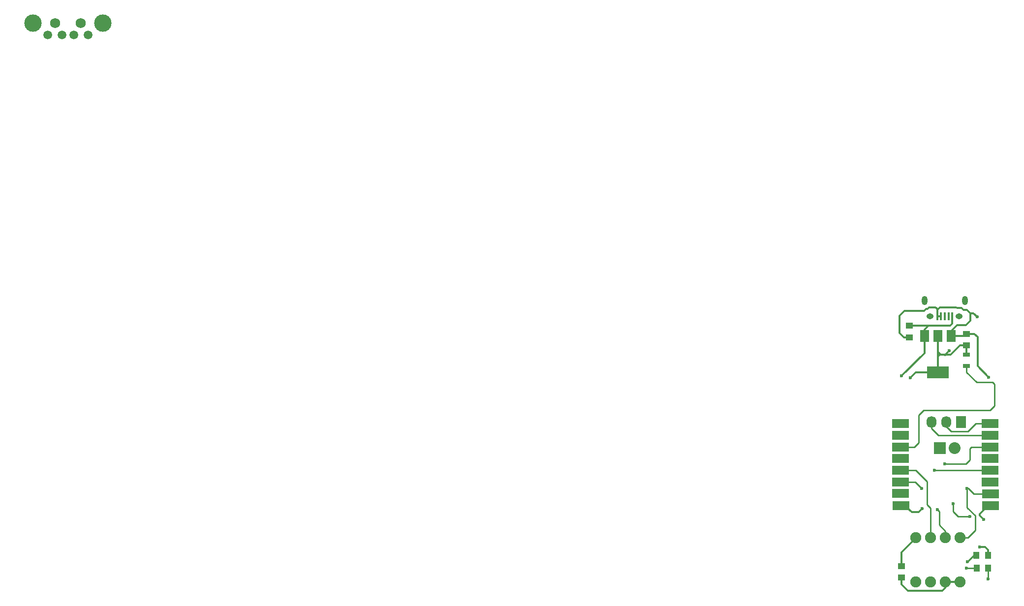
<source format=gbr>
G04 #@! TF.FileFunction,Copper,L1,Top,Signal*
%FSLAX46Y46*%
G04 Gerber Fmt 4.6, Leading zero omitted, Abs format (unit mm)*
G04 Created by KiCad (PCBNEW 4.0.4-stable) date 12/28/16 21:00:51*
%MOMM*%
%LPD*%
G01*
G04 APERTURE LIST*
%ADD10C,0.100000*%
%ADD11R,3.800000X2.000000*%
%ADD12R,1.500000X2.000000*%
%ADD13R,1.250000X1.000000*%
%ADD14C,1.905000*%
%ADD15R,1.000000X1.250000*%
%ADD16R,2.032000X2.032000*%
%ADD17O,2.032000X2.032000*%
%ADD18R,1.727200X2.032000*%
%ADD19O,1.727200X2.032000*%
%ADD20R,1.300000X0.700000*%
%ADD21R,3.000000X1.500000*%
%ADD22C,1.750000*%
%ADD23C,1.501140*%
%ADD24C,2.999740*%
%ADD25R,0.400000X1.350000*%
%ADD26O,1.250000X0.950000*%
%ADD27O,1.000000X1.550000*%
%ADD28C,0.600000*%
%ADD29C,0.300000*%
%ADD30C,0.250000*%
G04 APERTURE END LIST*
D10*
D11*
X149675000Y-68400000D03*
D12*
X149675000Y-62100000D03*
X147375000Y-62100000D03*
X151975000Y-62100000D03*
D13*
X144775000Y-60375000D03*
X144775000Y-62375000D03*
D14*
X145890000Y-104485000D03*
X148430000Y-104485000D03*
X150970000Y-104485000D03*
X153510000Y-104485000D03*
X153510000Y-96865000D03*
X150970000Y-96865000D03*
X148430000Y-96865000D03*
X145890000Y-96865000D03*
D15*
X156340000Y-102120000D03*
X158340000Y-102120000D03*
D13*
X154575000Y-63750000D03*
X154575000Y-61750000D03*
D15*
X158320000Y-99870000D03*
X156320000Y-99870000D03*
D13*
X143450000Y-103725000D03*
X143450000Y-101725000D03*
D16*
X149980000Y-81400000D03*
D17*
X152520000Y-81400000D03*
D18*
X153660000Y-76960000D03*
D19*
X151120000Y-76960000D03*
X148580000Y-76960000D03*
D20*
X154575000Y-67275000D03*
X154575000Y-65375000D03*
D21*
X158777000Y-91347400D03*
X158726200Y-89315400D03*
X158650000Y-87232600D03*
X158675400Y-85251400D03*
X158650000Y-83219400D03*
X158675400Y-81238200D03*
X158650000Y-79231600D03*
X143338900Y-91309300D03*
X143262700Y-89226500D03*
X143262700Y-87245300D03*
X143250000Y-85226000D03*
X143250000Y-83194000D03*
X143250000Y-81289000D03*
X143250000Y-79257000D03*
X143250000Y-77225000D03*
X158650000Y-77225000D03*
D22*
X-2200000Y-8300000D03*
X2200000Y-8300000D03*
D23*
X3500000Y-10300000D03*
X1000000Y-10300000D03*
X-1000000Y-10300000D03*
X-3500000Y-10300000D03*
D24*
X6000000Y-8300000D03*
X-6000000Y-8300000D03*
D25*
X152160900Y-58742540D03*
X151510900Y-58742540D03*
X150860900Y-58742540D03*
X150210900Y-58742540D03*
X149560900Y-58742540D03*
D26*
X153360900Y-58742540D03*
X148360900Y-58742540D03*
D27*
X154360900Y-56042540D03*
X147360900Y-56042540D03*
D28*
X156430000Y-58860000D03*
X156910000Y-98470000D03*
X157575000Y-93700000D03*
X158400000Y-69200000D03*
X154590000Y-102110000D03*
X146950000Y-91875000D03*
X144950000Y-69325000D03*
X151600000Y-64680000D03*
X158340000Y-103980000D03*
X155220000Y-93210000D03*
X152290000Y-90960000D03*
X154680000Y-88390000D03*
X150880000Y-84100000D03*
X149090000Y-85220000D03*
X146890000Y-88390000D03*
X149560000Y-92050000D03*
X143425000Y-69000000D03*
X154720000Y-101030000D03*
D29*
X155780000Y-58210000D02*
X155230000Y-58210000D01*
X156430000Y-58860000D02*
X155780000Y-58210000D01*
X151975000Y-62100000D02*
X151975000Y-61275000D01*
X151975000Y-61275000D02*
X153010000Y-60240000D01*
X153010000Y-60240000D02*
X154530000Y-60240000D01*
X154530000Y-60240000D02*
X155230000Y-59540000D01*
X155230000Y-59540000D02*
X155230000Y-58210000D01*
X150010000Y-57180000D02*
X149560900Y-57629100D01*
X155230000Y-58210000D02*
X154700000Y-57680000D01*
X154700000Y-57680000D02*
X154070000Y-57680000D01*
X154070000Y-57680000D02*
X153730000Y-57340000D01*
X153730000Y-57340000D02*
X153000000Y-57340000D01*
X153000000Y-57340000D02*
X152840000Y-57180000D01*
X152840000Y-57180000D02*
X150010000Y-57180000D01*
X150210900Y-58742540D02*
X149560900Y-58742540D01*
X144775000Y-62375000D02*
X143845000Y-62375000D01*
X149560900Y-57510900D02*
X149560900Y-57629100D01*
X149560900Y-57629100D02*
X149560900Y-58742540D01*
X149280000Y-57230000D02*
X149560900Y-57510900D01*
X148160000Y-57230000D02*
X149280000Y-57230000D01*
X147920000Y-57470000D02*
X148160000Y-57230000D01*
X147650000Y-57470000D02*
X147920000Y-57470000D01*
X147350000Y-57770000D02*
X147650000Y-57470000D01*
X143940000Y-57770000D02*
X147350000Y-57770000D01*
X143080000Y-58630000D02*
X143940000Y-57770000D01*
X143080000Y-61610000D02*
X143080000Y-58630000D01*
X143845000Y-62375000D02*
X143080000Y-61610000D01*
X151975000Y-62085000D02*
X151975000Y-62100000D01*
X158320000Y-98950000D02*
X157840000Y-98470000D01*
X157840000Y-98470000D02*
X156910000Y-98470000D01*
X158320000Y-99870000D02*
X158320000Y-98950000D01*
X158014400Y-91410000D02*
X158077000Y-91347400D01*
X155950000Y-61750000D02*
X154575000Y-61750000D01*
X151975000Y-62100000D02*
X154225000Y-62100000D01*
X154225000Y-62100000D02*
X154575000Y-61750000D01*
X150970000Y-104485000D02*
X153510000Y-104485000D01*
X150100000Y-105975000D02*
X150450000Y-105975000D01*
X150970000Y-105455000D02*
X150970000Y-104485000D01*
X150450000Y-105975000D02*
X150970000Y-105455000D01*
X143450000Y-103725000D02*
X143450000Y-104900000D01*
X144525000Y-105975000D02*
X150100000Y-105975000D01*
X150100000Y-105975000D02*
X150150000Y-105975000D01*
X143450000Y-104900000D02*
X144525000Y-105975000D01*
X158077000Y-91347400D02*
X158077000Y-91573000D01*
X158077000Y-91573000D02*
X156875000Y-92775000D01*
X156875000Y-93000000D02*
X157575000Y-93700000D01*
X156875000Y-92775000D02*
X156875000Y-93000000D01*
X156500000Y-62300000D02*
X155950000Y-61750000D01*
X156500000Y-67300000D02*
X156500000Y-62300000D01*
X158400000Y-69200000D02*
X156500000Y-67300000D01*
D30*
X154600000Y-102120000D02*
X156340000Y-102120000D01*
X154590000Y-102110000D02*
X154600000Y-102120000D01*
D29*
X144038900Y-91309300D02*
X145179600Y-92450000D01*
X146375000Y-92450000D02*
X145179600Y-92450000D01*
X146950000Y-91875000D02*
X146375000Y-92450000D01*
X145875000Y-68400000D02*
X144950000Y-69325000D01*
X145875000Y-68400000D02*
X149675000Y-68400000D01*
X150900000Y-65440000D02*
X150900000Y-65350000D01*
X150930000Y-65410000D02*
X150900000Y-65440000D01*
X150930000Y-65350000D02*
X150930000Y-65410000D01*
X151600000Y-64680000D02*
X150930000Y-65350000D01*
X149675000Y-65775000D02*
X149675000Y-65675000D01*
X149675000Y-65675000D02*
X150000000Y-65350000D01*
X150000000Y-65350000D02*
X150000000Y-65200000D01*
X150000000Y-65200000D02*
X149675000Y-64875000D01*
X151900000Y-65350000D02*
X150900000Y-65350000D01*
X150900000Y-65350000D02*
X150000000Y-65350000D01*
X150000000Y-65350000D02*
X149675000Y-65350000D01*
X149675000Y-62100000D02*
X149675000Y-64875000D01*
X149675000Y-64875000D02*
X149675000Y-65350000D01*
X149675000Y-65350000D02*
X149675000Y-65775000D01*
X149675000Y-65775000D02*
X149675000Y-68400000D01*
X154575000Y-63750000D02*
X153500000Y-63750000D01*
X153500000Y-63750000D02*
X151900000Y-65350000D01*
X154575000Y-65375000D02*
X154575000Y-63750000D01*
D30*
X158340000Y-103980000D02*
X158340000Y-102120000D01*
X151120000Y-76960000D02*
X151120000Y-77740000D01*
X151120000Y-77740000D02*
X151940000Y-78560000D01*
X151940000Y-78560000D02*
X154870000Y-78560000D01*
X154870000Y-78560000D02*
X156205000Y-77225000D01*
X156205000Y-77225000D02*
X157950000Y-77225000D01*
X148580000Y-76960000D02*
X148580000Y-78070000D01*
X149741600Y-79231600D02*
X157950000Y-79231600D01*
X148580000Y-78070000D02*
X149741600Y-79231600D01*
X153130000Y-93210000D02*
X155220000Y-93210000D01*
X152290000Y-92370000D02*
X153130000Y-93210000D01*
X152290000Y-90960000D02*
X152290000Y-92370000D01*
X143950000Y-81289000D02*
X145591000Y-81289000D01*
X145591000Y-81289000D02*
X146410000Y-80470000D01*
X146410000Y-80470000D02*
X146410000Y-75740000D01*
X146410000Y-75740000D02*
X147210000Y-74940000D01*
X147210000Y-74940000D02*
X158660000Y-74940000D01*
X158660000Y-74940000D02*
X159425000Y-74175000D01*
X154575000Y-68350000D02*
X154575000Y-67275000D01*
X159425000Y-74175000D02*
X159425000Y-70450000D01*
X159425000Y-70450000D02*
X159100000Y-70125000D01*
X159100000Y-70125000D02*
X156350000Y-70125000D01*
X156350000Y-70125000D02*
X154575000Y-68350000D01*
X154680000Y-88390000D02*
X154940000Y-88390000D01*
X155865400Y-89315400D02*
X158026200Y-89315400D01*
X154940000Y-88390000D02*
X155865400Y-89315400D01*
X153510000Y-96865000D02*
X154825000Y-96865000D01*
X154680000Y-91640000D02*
X154680000Y-88390000D01*
X156100000Y-93060000D02*
X154680000Y-91640000D01*
X156100000Y-95590000D02*
X156100000Y-93060000D01*
X154825000Y-96865000D02*
X156100000Y-95590000D01*
X157831600Y-89510000D02*
X158026200Y-89315400D01*
X153510000Y-96865000D02*
X153375000Y-96865000D01*
X153510000Y-96865000D02*
X153510000Y-96710000D01*
X155451800Y-81238200D02*
X157975400Y-81238200D01*
X155160000Y-81530000D02*
X155451800Y-81238200D01*
X155160000Y-83480000D02*
X155160000Y-81530000D01*
X154540000Y-84100000D02*
X155160000Y-83480000D01*
X150880000Y-84100000D02*
X154540000Y-84100000D01*
X149090000Y-85220000D02*
X149121400Y-85251400D01*
X149121400Y-85251400D02*
X157975400Y-85251400D01*
X150970000Y-96865000D02*
X150970000Y-95740000D01*
X146890000Y-88390000D02*
X145745300Y-87245300D01*
X149900000Y-92390000D02*
X149560000Y-92050000D01*
X149900000Y-94670000D02*
X149900000Y-92390000D01*
X150970000Y-95740000D02*
X149900000Y-94670000D01*
X145745300Y-87245300D02*
X143962700Y-87245300D01*
X150970000Y-96865000D02*
X150970000Y-96430000D01*
X144365300Y-87245300D02*
X143962700Y-87245300D01*
X144295300Y-87245300D02*
X143962700Y-87245300D01*
X148430000Y-96865000D02*
X148430000Y-91770000D01*
X145846000Y-85226000D02*
X143950000Y-85226000D01*
X147810000Y-87190000D02*
X145846000Y-85226000D01*
X147810000Y-91150000D02*
X147810000Y-87190000D01*
X148430000Y-91770000D02*
X147810000Y-91150000D01*
D29*
X148050000Y-60330000D02*
X144820000Y-60330000D01*
X144820000Y-60330000D02*
X144775000Y-60375000D01*
X152160900Y-58742540D02*
X152160900Y-59989100D01*
X147375000Y-61005000D02*
X147375000Y-62100000D01*
X148060000Y-60320000D02*
X148050000Y-60330000D01*
X148050000Y-60330000D02*
X147375000Y-61005000D01*
X151830000Y-60320000D02*
X148060000Y-60320000D01*
X152160900Y-59989100D02*
X151830000Y-60320000D01*
X147375000Y-65050000D02*
X143425000Y-69000000D01*
X147375000Y-65050000D02*
X147375000Y-62100000D01*
X147375000Y-62100000D02*
X147375000Y-62800000D01*
X147300000Y-62025000D02*
X147375000Y-62100000D01*
X145915000Y-97015000D02*
X145785000Y-97015000D01*
X145785000Y-97015000D02*
X143450000Y-99350000D01*
X143450000Y-99350000D02*
X143450000Y-101725000D01*
D30*
X154720000Y-101030000D02*
X155880000Y-99870000D01*
X155880000Y-99870000D02*
X156320000Y-99870000D01*
M02*

</source>
